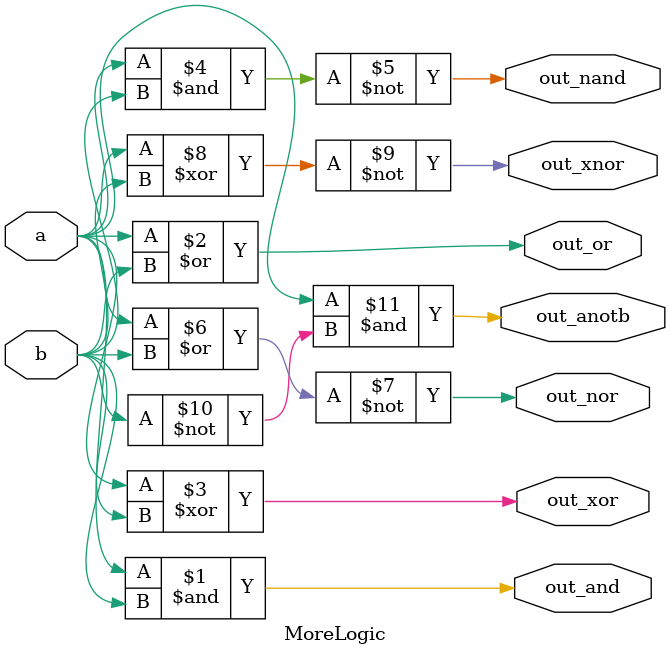
<source format=v>
module MoreLogic (
    input a, b,
    output out_and,
    output out_or,
    output out_xor,
    output out_nand,
    output out_nor,
    output out_xnor,
    output out_anotb
);
   assign out_and = a & b;
   assign out_or = a | b;
   assign out_xor = a ^ b;
   assign out_nand = ~(a & b);
   assign out_nor = ~(a | b);
   assign out_xnor = ~(a ^ b);
   assign out_anotb = a & ~b; 
endmodule
</source>
